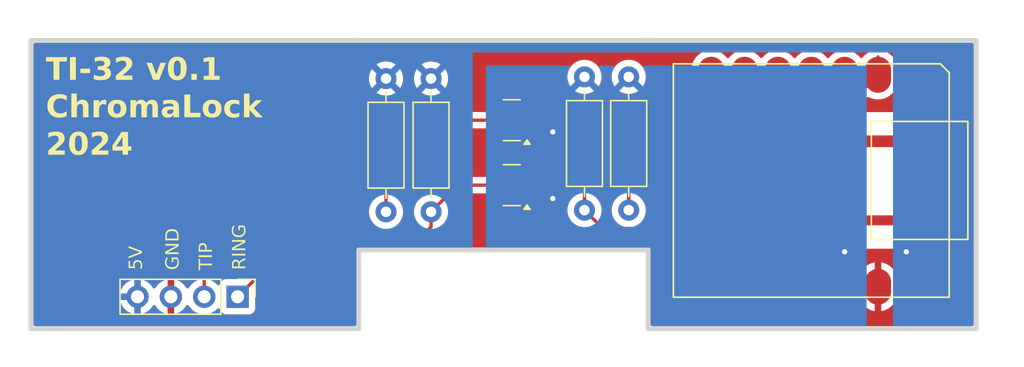
<source format=kicad_pcb>
(kicad_pcb (version 20221018) (generator pcbnew)
  (layers (0 "F.Cu" signal) (31 "B.Cu" signal) (34 "B.Paste" user) (35 "F.Paste" user) (36 "B.SilkS" user "B.Silkscreen") (37 "F.SilkS" user "F.Silkscreen") (38 "B.Mask" user) (39 "F.Mask" user) (44 "Edge.Cuts" user))
  (net 0 "")
  (net 1 "RING")
  (net 2 "TIP")
  (net 3 "RING_GPIO")
  (net 4 "TIP_GPIO")
  (net 5 "+5V")
  (net 6 "+3.3V")
  (net 7 "GND")
  (footprint "Package_TO_SOT_SMD:SOT-23" (layer "F.Cu") (at 121.9685 63.119 180)
    (fp_text reference "Q1" hide)
    (fp_text value "MMBF170" hide)
    (fp_line (start 0 -1.56) (end -0.65 -1.56) (stroke (width 0.12)) (layer "F.SilkS"))
    (fp_line (start 0 -1.56) (end 0.65 -1.56) (stroke (width 0.12)) (layer "F.SilkS"))
    (fp_line (start 0 1.56) (end -0.65 1.56) (stroke (width 0.12)) (layer "F.SilkS"))
    (fp_line (start 0 1.56) (end 0.65 1.56) (stroke (width 0.12)) (layer "F.SilkS"))
    (fp_poly (pts (xy -1.1625 -1.51) (xy -1.4025 -1.84) (xy -0.9225 -1.84) (xy -1.1625 -1.51)) (stroke (width 0.12)) (fill solid) (layer "F.SilkS"))
    (pad "1" smd roundrect (at -0.9375 -0.95 180) (size 1.475 0.6) (layers "F.Cu" "F.Paste" "F.Mask") (net 6 "+3.3V"))
    (pad "2" smd roundrect (at -0.9375 0.95 180) (size 1.475 0.6) (layers "F.Cu" "F.Paste" "F.Mask") (net 3 "RING_GPIO"))
    (pad "3" smd roundrect (at 0.9375 0 180) (size 1.475 0.6) (layers "F.Cu" "F.Paste" "F.Mask") (net 1 "RING"))
  )
  (footprint "Connector_PinHeader_2.54mm:PinHeader_1x04_P2.54mm_Vertical" (layer "F.Cu") (at 101.092 71.628 -90)
    (fp_text reference "J1" hide)
    (fp_text value "Conn_01x04" hide)
    (fp_line (start -1.33 -1.33) (end 0 -1.33) (stroke (width 0.12)) (layer "F.SilkS"))
    (fp_line (start -1.33 0) (end -1.33 -1.33) (stroke (width 0.12)) (layer "F.SilkS"))
    (fp_line (start -1.33 1.27) (end -1.33 8.95) (stroke (width 0.12)) (layer "F.SilkS"))
    (fp_line (start -1.33 1.27) (end 1.33 1.27) (stroke (width 0.12)) (layer "F.SilkS"))
    (fp_line (start -1.33 8.95) (end 1.33 8.95) (stroke (width 0.12)) (layer "F.SilkS"))
    (fp_line (start 1.33 1.27) (end 1.33 8.95) (stroke (width 0.12)) (layer "F.SilkS"))
    (pad "1" thru_hole rect (at 0 0 270) (size 1.7 1.7) (drill 1) (layers "*.Cu" "*.Mask") (net 1 "RING"))
    (pad "2" thru_hole oval (at 0 2.54 270) (size 1.7 1.7) (drill 1) (layers "*.Cu" "*.Mask") (net 2 "TIP"))
    (pad "3" thru_hole oval (at 0 5.08 270) (size 1.7 1.7) (drill 1) (layers "*.Cu" "*.Mask") (net 7 "GND"))
    (pad "4" thru_hole oval (at 0 7.62 270) (size 1.7 1.7) (drill 1) (layers "*.Cu" "*.Mask") (net 5 "+5V"))
  )
  (footprint "Resistor_THT:R_Axial_DIN0207_L6.3mm_D2.5mm_P10.16mm_Horizontal" (layer "F.Cu") (at 112.395 54.991 -90)
    (fp_text reference "R4" hide)
    (fp_text value "R" hide)
    (fp_line (start 1.04 0) (end 1.81 0) (stroke (width 0.12)) (layer "F.SilkS"))
    (fp_line (start 1.81 -1.37) (end 1.81 1.37) (stroke (width 0.12)) (layer "F.SilkS"))
    (fp_line (start 1.81 1.37) (end 8.35 1.37) (stroke (width 0.12)) (layer "F.SilkS"))
    (fp_line (start 8.35 -1.37) (end 1.81 -1.37) (stroke (width 0.12)) (layer "F.SilkS"))
    (fp_line (start 8.35 1.37) (end 8.35 -1.37) (stroke (width 0.12)) (layer "F.SilkS"))
    (fp_line (start 9.12 0) (end 8.35 0) (stroke (width 0.12)) (layer "F.SilkS"))
    (pad "1" thru_hole circle (at 0 0 270) (size 1.6 1.6) (drill 0.8) (layers "*.Cu" "*.Mask") (net 5 "+5V"))
    (pad "2" thru_hole oval (at 10.16 0 270) (size 1.6 1.6) (drill 0.8) (layers "*.Cu" "*.Mask") (net 2 "TIP"))
  )
  (footprint "Resistor_THT:R_Axial_DIN0207_L6.3mm_D2.5mm_P10.16mm_Horizontal" (layer "F.Cu") (at 130.876 54.864 -90)
    (fp_text reference "R2" hide)
    (fp_text value "R" hide)
    (fp_line (start 1.04 0) (end 1.81 0) (stroke (width 0.12)) (layer "F.SilkS"))
    (fp_line (start 1.81 -1.37) (end 1.81 1.37) (stroke (width 0.12)) (layer "F.SilkS"))
    (fp_line (start 1.81 1.37) (end 8.35 1.37) (stroke (width 0.12)) (layer "F.SilkS"))
    (fp_line (start 8.35 -1.37) (end 1.81 -1.37) (stroke (width 0.12)) (layer "F.SilkS"))
    (fp_line (start 8.35 1.37) (end 8.35 -1.37) (stroke (width 0.12)) (layer "F.SilkS"))
    (fp_line (start 9.12 0) (end 8.35 0) (stroke (width 0.12)) (layer "F.SilkS"))
    (pad "1" thru_hole circle (at 0 0 270) (size 1.6 1.6) (drill 0.8) (layers "*.Cu" "*.Mask") (net 6 "+3.3V"))
    (pad "2" thru_hole oval (at 10.16 0 270) (size 1.6 1.6) (drill 0.8) (layers "*.Cu" "*.Mask") (net 4 "TIP_GPIO"))
  )
  (footprint "xiao ESP32C3_PCB:MOUDLE14P-SMD-2.54-21X17.8MM" (layer "F.Cu") (at 134.28 53.866 -90)
    (fp_text reference "U1" hide)
    (fp_text value "MOUDLE-SEEEDUINO-XIAO-ESP32C3")
    (fp_line (start 0 -20.3285) (end 0 0) (stroke (width 0.127)) (layer "F.SilkS"))
    (fp_line (start 0 0) (end 17.8 0) (stroke (width 0.127)) (layer "F.SilkS"))
    (fp_line (start 0.671541 -21) (end 0 -20.3285) (stroke (width 0.127)) (layer "F.SilkS"))
    (fp_line (start 4.396 -15.072) (end 4.396 -22.425) (stroke (width 0.127)) (layer "F.SilkS"))
    (fp_line (start 4.4 -22.424) (end 13.395 -22.424) (stroke (width 0.127)) (layer "F.SilkS"))
    (fp_line (start 13.395 -22.424) (end 13.395 -15.072) (stroke (width 0.127)) (layer "F.SilkS"))
    (fp_line (start 13.395 -15.072) (end 4.396 -15.072) (stroke (width 0.127)) (layer "F.SilkS"))
    (fp_line (start 17.8 -21) (end 0.671541 -21) (stroke (width 0.127)) (layer "F.SilkS"))
    (fp_line (start 17.8 0) (end 17.8 -21) (stroke (width 0.127)) (layer "F.SilkS"))
    (pad "1" smd roundrect (at 0.835 -18.12 270) (size 2.75 2) (layers "F.Cu" "F.Paste" "F.Mask") (roundrect_rratio 0.5))
    (pad "2" smd roundrect (at 0.835 -15.58 270) (size 2.75 2) (layers "F.Cu" "F.Paste" "F.Mask") (roundrect_rratio 0.5) (net 4 "TIP_GPIO"))
    (pad "3" smd roundrect (at 0.835 -13.04 270) (size 2.75 2) (layers "F.Cu" "F.Paste" "F.Mask") (roundrect_rratio 0.5))
    (pad "4" smd roundrect (at 0.835 -10.5 270) (size 2.75 2) (layers "F.Cu" "F.Paste" "F.Mask") (roundrect_rratio 0.5))
    (pad "5" smd roundrect (at 0.835 -7.96 270) (size 2.75 2) (layers "F.Cu" "F.Paste" "F.Mask") (roundrect_rratio 0.5))
    (pad "6" smd roundrect (at 0.835 -5.42 270) (size 2.75 2) (layers "F.Cu" "F.Paste" "F.Mask") (roundrect_rratio 0.5))
    (pad "7" smd roundrect (at 0.835 -2.88 270) (size 2.75 2) (layers "F.Cu" "F.Paste" "F.Mask") (roundrect_rratio 0.5))
    (pad "8" smd roundrect (at 17 -2.88 270) (size 2.75 2) (layers "F.Cu" "F.Paste" "F.Mask") (roundrect_rratio 0.5))
    (pad "9" smd roundrect (at 17 -5.42 270) (size 2.75 2) (layers "F.Cu" "F.Paste" "F.Mask") (roundrect_rratio 0.5))
    (pad "10" smd roundrect (at 17 -7.96 270) (size 2.75 2) (layers "F.Cu" "F.Paste" "F.Mask") (roundrect_rratio 0.5))
    (pad "11" smd roundrect (at 17 -10.5 270) (size 2.75 2) (layers "F.Cu" "F.Paste" "F.Mask") (roundrect_rratio 0.5) (net 3 "RING_GPIO"))
    (pad "12" smd roundrect (at 17 -13.04 270) (size 2.75 2) (layers "F.Cu" "F.Paste" "F.Mask") (roundrect_rratio 0.5) (net 6 "+3.3V"))
    (pad "13" smd roundrect (at 17 -15.58 270) (size 2.75 2) (layers "F.Cu" "F.Paste" "F.Mask") (roundrect_rratio 0.5) (net 7 "GND"))
    (pad "14" smd roundrect (at 17 -18.12 270) (size 2.75 2) (layers "F.Cu" "F.Paste" "F.Mask") (roundrect_rratio 0.5) (net 5 "+5V"))
    (zone (net 0) (net_name "") (layer "F.Cu") (connect_pads (clearance 0)) (min_thickness 0.01)
      (keepout (tracks not_allowed) (vias not_allowed) (pads not_allowed) (copperpour not_allowed) (footprints allowed))
      (fill (thermal_gap 0.508) (thermal_bridge_width 0.508))
      (polygon (pts (xy 137.455 60.216) (xy 137.455 65.931) (xy 134.915 65.931) (xy 134.915 60.216)))
    )
    (zone (net 0) (net_name "") (layer "F.Cu") (connect_pads (clearance 0)) (min_thickness 0.01)
      (keepout (tracks not_allowed) (vias not_allowed) (pads not_allowed) (copperpour not_allowed) (footprints allowed))
      (fill (thermal_gap 0.508) (thermal_bridge_width 0.508))
      (polygon (pts (xy 145.583 63.645) (xy 145.583 66.693) (xy 142.535 66.693) (xy 142.535 63.645)))
    )
    (zone (net 0) (net_name "") (layer "F.Cu") (connect_pads (clearance 0)) (min_thickness 0.01)
      (keepout (tracks not_allowed) (vias not_allowed) (pads not_allowed) (copperpour not_allowed) (footprints allowed))
      (fill (thermal_gap 0.508) (thermal_bridge_width 0.508))
      (polygon (pts (xy 147.0435 56.8505) (xy 147.0435 59.7715) (xy 145.0115 59.7715) (xy 145.0115 56.8505)))
    )
    (zone (net 0) (net_name "") (layer "F.Cu") (connect_pads (clearance 0)) (min_thickness 0.01)
      (keepout (tracks not_allowed) (vias not_allowed) (pads not_allowed) (copperpour not_allowed) (footprints allowed))
      (fill (thermal_gap 0.508) (thermal_bridge_width 0.508))
      (polygon (pts (xy 151.298 57.549) (xy 151.298 59.327) (xy 148.631 59.327) (xy 148.631 57.549)))
    )
    (zone (net 0) (net_name "") (layer "F.Cu") (connect_pads (clearance 0)) (min_thickness 0.01)
      (keepout (tracks not_allowed) (vias not_allowed) (pads not_allowed) (copperpour not_allowed) (footprints allowed))
      (fill (thermal_gap 0.508) (thermal_bridge_width 0.508))
      (polygon (pts (xy 151.298 66.185) (xy 151.298 67.963) (xy 148.631 67.963) (xy 148.631 66.185)))
    )
    (zone (net 0) (net_name "") (layer "F.Cu") (connect_pads (clearance 0)) (min_thickness 0.01)
      (keepout (tracks not_allowed) (vias not_allowed) (pads not_allowed) (copperpour not_allowed) (footprints allowed))
      (fill (thermal_gap 0.508) (thermal_bridge_width 0.508))
      (polygon (pts (xy 154.6 60.216) (xy 154.6 65.423) (xy 147.615 65.423) (xy 147.615 60.216)))
    )
    (zone (net 0) (net_name "") (layer "F.Cu") (connect_pads (clearance 0)) (min_thickness 0.01)
      (keepout (tracks not_allowed) (vias not_allowed) (pads not_allowed) (copperpour not_allowed) (footprints allowed))
      (fill (thermal_gap 0.508) (thermal_bridge_width 0.508))
      (polygon (pts (xy 155.362 57.549) (xy 155.362 59.327) (xy 152.695 59.327) (xy 152.695 57.549)))
    )
    (zone (net 0) (net_name "") (layer "F.Cu") (connect_pads (clearance 0)) (min_thickness 0.01)
      (keepout (tracks not_allowed) (vias not_allowed) (pads not_allowed) (copperpour not_allowed) (footprints allowed))
      (fill (thermal_gap 0.508) (thermal_bridge_width 0.508))
      (polygon (pts (xy 155.362 66.185) (xy 155.362 67.963) (xy 152.695 67.963) (xy 152.695 66.185)))
    )
  )
  (footprint "Resistor_THT:R_Axial_DIN0207_L6.3mm_D2.5mm_P10.16mm_Horizontal" (layer "F.Cu") (at 115.824 54.991 -90)
    (fp_text reference "R3" hide)
    (fp_text value "R" hide)
    (fp_line (start 1.04 0) (end 1.81 0) (stroke (width 0.12)) (layer "F.SilkS"))
    (fp_line (start 1.81 -1.37) (end 1.81 1.37) (stroke (width 0.12)) (layer "F.SilkS"))
    (fp_line (start 1.81 1.37) (end 8.35 1.37) (stroke (width 0.12)) (layer "F.SilkS"))
    (fp_line (start 8.35 -1.37) (end 1.81 -1.37) (stroke (width 0.12)) (layer "F.SilkS"))
    (fp_line (start 8.35 1.37) (end 8.35 -1.37) (stroke (width 0.12)) (layer "F.SilkS"))
    (fp_line (start 9.12 0) (end 8.35 0) (stroke (width 0.12)) (layer "F.SilkS"))
    (pad "1" thru_hole circle (at 0 0 270) (size 1.6 1.6) (drill 0.8) (layers "*.Cu" "*.Mask") (net 5 "+5V"))
    (pad "2" thru_hole oval (at 10.16 0 270) (size 1.6 1.6) (drill 0.8) (layers "*.Cu" "*.Mask") (net 1 "RING"))
  )
  (footprint "Package_TO_SOT_SMD:SOT-23" (layer "F.Cu") (at 121.9685 58.166 180)
    (fp_text reference "Q2" hide)
    (fp_text value "MMBF170" hide)
    (fp_line (start 0 -1.56) (end -0.65 -1.56) (stroke (width 0.12)) (layer "F.SilkS"))
    (fp_line (start 0 -1.56) (end 0.65 -1.56) (stroke (width 0.12)) (layer "F.SilkS"))
    (fp_line (start 0 1.56) (end -0.65 1.56) (stroke (width 0.12)) (layer "F.SilkS"))
    (fp_line (start 0 1.56) (end 0.65 1.56) (stroke (width 0.12)) (layer "F.SilkS"))
    (fp_poly (pts (xy -1.1625 -1.51) (xy -1.4025 -1.84) (xy -0.9225 -1.84) (xy -1.1625 -1.51)) (stroke (width 0.12)) (fill solid) (layer "F.SilkS"))
    (pad "1" smd roundrect (at -0.9375 -0.95 180) (size 1.475 0.6) (layers "F.Cu" "F.Paste" "F.Mask") (net 6 "+3.3V"))
    (pad "2" smd roundrect (at -0.9375 0.95 180) (size 1.475 0.6) (layers "F.Cu" "F.Paste" "F.Mask") (net 4 "TIP_GPIO"))
    (pad "3" smd roundrect (at 0.9375 0 180) (size 1.475 0.6) (layers "F.Cu" "F.Paste" "F.Mask") (net 2 "TIP"))
  )
  (footprint "Resistor_THT:R_Axial_DIN0207_L6.3mm_D2.5mm_P10.16mm_Horizontal" (layer "F.Cu") (at 127.508 54.864 -90)
    (fp_text reference "R1" hide)
    (fp_text value "R" hide)
    (fp_line (start 1.04 0) (end 1.81 0) (stroke (width 0.12)) (layer "F.SilkS"))
    (fp_line (start 1.81 -1.37) (end 1.81 1.37) (stroke (width 0.12)) (layer "F.SilkS"))
    (fp_line (start 1.81 1.37) (end 8.35 1.37) (stroke (width 0.12)) (layer "F.SilkS"))
    (fp_line (start 8.35 -1.37) (end 1.81 -1.37) (stroke (width 0.12)) (layer "F.SilkS"))
    (fp_line (start 8.35 1.37) (end 8.35 -1.37) (stroke (width 0.12)) (layer "F.SilkS"))
    (fp_line (start 9.12 0) (end 8.35 0) (stroke (width 0.12)) (layer "F.SilkS"))
    (pad "1" thru_hole circle (at 0 0 270) (size 1.6 1.6) (drill 0.8) (layers "*.Cu" "*.Mask") (net 6 "+3.3V"))
    (pad "2" thru_hole oval (at 10.16 0 270) (size 1.6 1.6) (drill 0.8) (layers "*.Cu" "*.Mask") (net 3 "RING_GPIO"))
  )
  (gr_line (start 110.344021 74.070204) (end 110.344021 68.070051) (stroke (width 0.35738)) (layer "Edge.Cuts"))
  (gr_line (start 132.344233 74.070204) (end 157.344263 74.070204) (stroke (width 0.35738)) (layer "Edge.Cuts"))
  (gr_line (start 157.344263 74.070204) (end 157.344263 52.07) (stroke (width 0.35738)) (layer "Edge.Cuts"))
  (gr_line (start 132.344233 68.070051) (end 132.344233 74.070204) (stroke (width 0.35738)) (layer "Edge.Cuts"))
  (gr_line (start 110.344013 52.07) (end 85.344 52.07) (stroke (width 0.35738)) (layer "Edge.Cuts"))
  (gr_line (start 85.344 52.07) (end 85.344 74.070204) (stroke (width 0.35738)) (layer "Edge.Cuts"))
  (gr_line (start 85.344 74.070204) (end 110.344021 74.070204) (stroke (width 0.35738)) (layer "Edge.Cuts"))
  (gr_line (start 132.344217 52.07) (end 110.344013 52.07) (stroke (width 0.35738)) (layer "Edge.Cuts"))
  (gr_line (start 157.344263 52.07) (end 132.344217 52.07) (stroke (width 0.35738)) (layer "Edge.Cuts"))
  (gr_line (start 110.344021 68.070051) (end 132.344233 68.070051) (stroke (width 0.35738)) (layer "Edge.Cuts"))
  (gr_text "RING" (at 101.854 69.596 90) (layer "F.SilkS") (effects (font (size 1 1)) (justify left bottom)))
  (gr_text "GND" (at 96.774 69.596 90) (layer "F.SilkS") (effects (font (size 1 1)) (justify left bottom)))
  (gr_text "TIP\n" (at 99.314 69.596 90) (layer "F.SilkS") (effects (font (size 1 1)) (justify left bottom)))
  (gr_text "5V" (at 93.98 69.596 90) (layer "F.SilkS") (effects (font (size 1 1)) (justify left bottom)))
  (gr_text "TI-32 v0.1\nChromaLock\n2024" (at 86.487 61.087) (layer "F.SilkS") (effects (font (size 1.7 1.7) (thickness 0.2) bold) (justify left bottom)))
  (segment (start 115.824 65.151) (end 115.824 66.294) (width 0.25) (layer "F.Cu") (net 1))
  (segment (start 115.824 66.294) (end 115.189 66.929) (width 0.25) (layer "F.Cu") (net 1))
  (segment (start 117.856 63.119) (end 115.824 65.151) (width 0.25) (layer "F.Cu") (net 1))
  (segment (start 121.031 63.119) (end 117.856 63.119) (width 0.25) (layer "F.Cu") (net 1))
  (segment (start 105.791 66.929) (end 101.092 71.628) (width 0.25) (layer "F.Cu") (net 1))
  (segment (start 115.189 66.929) (end 105.791 66.929) (width 0.25) (layer "F.Cu") (net 1))
  (segment (start 117.602 58.166) (end 112.395 63.373) (width 0.25) (layer "F.Cu") (net 2))
  (segment (start 112.395 63.373) (end 111.887 62.865) (width 0.25) (layer "F.Cu") (net 2))
  (segment (start 104.648 62.865) (end 98.552 68.961) (width 0.25) (layer "F.Cu") (net 2))
  (segment (start 121.031 58.166) (end 117.602 58.166) (width 0.25) (layer "F.Cu") (net 2))
  (segment (start 111.887 62.865) (end 104.648 62.865) (width 0.25) (layer "F.Cu") (net 2))
  (segment (start 112.395 63.373) (end 112.395 65.151) (width 0.25) (layer "F.Cu") (net 2))
  (segment (start 98.552 68.961) (end 98.552 71.628) (width 0.25) (layer "F.Cu") (net 2))
  (segment (start 127.508 62.508) (end 127 62) (width 0.25) (layer "F.Cu") (net 3))
  (segment (start 123.075 62) (end 122.906 62.169) (width 0.25) (layer "F.Cu") (net 3))
  (segment (start 128.905 66.421) (end 140.335 66.421) (width 0.25) (layer "F.Cu") (net 3))
  (segment (start 127.508 65.024) (end 127.508 62.508) (width 0.25) (layer "F.Cu") (net 3))
  (segment (start 140.335 66.421) (end 144.78 70.866) (width 0.25) (layer "F.Cu") (net 3))
  (segment (start 127 62) (end 123.075 62) (width 0.25) (layer "F.Cu") (net 3))
  (segment (start 127.508 65.024) (end 128.905 66.421) (width 0.25) (layer "F.Cu") (net 3))
  (segment (start 146.939 60.452) (end 139.827 60.452) (width 0.25) (layer "F.Cu") (net 4))
  (segment (start 130.876 65.024) (end 130.876 61.876) (width 0.25) (layer "F.Cu") (net 4))
  (segment (start 149.86 54.701) (end 149.86 53.34) (width 0.25) (layer "F.Cu") (net 4))
  (segment (start 147.955 59.436) (end 146.939 60.452) (width 0.25) (layer "F.Cu") (net 4))
  (segment (start 133.35 59.436) (end 130.876 61.91) (width 0.25) (layer "F.Cu") (net 4))
  (segment (start 130.876 61.876) (end 126.216 57.216) (width 0.25) (layer "F.Cu") (net 4))
  (segment (start 147.955 56.606) (end 147.955 59.436) (width 0.25) (layer "F.Cu") (net 4))
  (segment (start 149.86 54.701) (end 147.955 56.606) (width 0.25) (layer "F.Cu") (net 4))
  (segment (start 126.216 57.216) (end 122.906 57.216) (width 0.25) (layer "F.Cu") (net 4))
  (segment (start 139.827 60.452) (end 138.811 59.436) (width 0.25) (layer "F.Cu") (net 4))
  (segment (start 130.876 61.91) (end 130.876 65.024) (width 0.25) (layer "F.Cu") (net 4))
  (segment (start 138.811 59.436) (end 133.35 59.436) (width 0.25) (layer "F.Cu") (net 4))
  (segment (start 152.4 70.866) (end 152.4 68.58) (width 0.25) (layer "F.Cu") (net 5))
  (segment (start 152.4 68.58) (end 152.019 68.199) (width 0.25) (layer "F.Cu") (net 5))
  (via (at 152.019 68.199) (size 0.8) (drill 0.4) (layers "F.Cu" "B.Cu") (net 5))
  (segment (start 122.906 64.069) (end 125.029 64.069) (width 0.25) (layer "F.Cu") (net 6))
  (segment (start 122.906 59.116) (end 125.034 59.116) (width 0.25) (layer "F.Cu") (net 6))
  (segment (start 125.029 64.069) (end 125.095 64.135) (width 0.25) (layer "F.Cu") (net 6))
  (segment (start 147.32 70.866) (end 147.32 68.199) (width 0.25) (layer "F.Cu") (net 6))
  (segment (start 125.034 59.116) (end 125.095 59.055) (width 0.25) (layer "F.Cu") (net 6))
  (via (at 147.32 68.199) (size 0.8) (drill 0.4) (layers "F.Cu" "B.Cu") (net 6))
  (via (at 125.095 64.135) (size 0.8) (drill 0.4) (layers "F.Cu" "B.Cu") (net 6))
  (via (at 125.095 59.055) (size 0.8) (drill 0.4) (layers "F.Cu" "B.Cu") (net 6))
  (zone (net 7) (net_name "GND") (layer "F.Cu") (priority 1) (connect_pads (clearance 0.5)) (min_thickness 0.25) (fill yes (thermal_gap 0.5) (thermal_bridge_width 0.5) (island_removal_mode 1) (island_area_min 10))
    (polygon (pts (xy 159 76) (xy 159 50) (xy 83 50) (xy 83 76)))
  )
  (zone (net 5) (net_name "+5V") (layer "B.Cu") (priority 1) (connect_pads (clearance 0.5)) (min_thickness 0.25) (fill yes (thermal_gap 0.5) (thermal_bridge_width 0.5))
    (polygon (pts (xy 84 77) (xy 84 49) (xy 161 49) (xy 161 76.635) (xy 151 76.635) (xy 151 53) (xy 119 53) (xy 119 77)))
  )
  (zone (net 6) (net_name "+3.3V") (layer "B.Cu") (priority 2) (connect_pads (clearance 0.5)) (min_thickness 0.25) (fill yes (thermal_gap 0.5) (thermal_bridge_width 0.5))
    (polygon (pts (xy 149 77) (xy 120 77) (xy 120 54) (xy 149 54)))
  )
)
</source>
